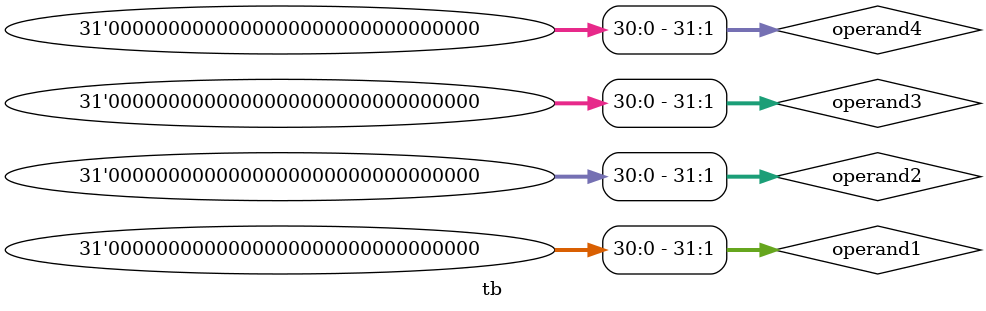
<source format=v>
`timescale 1ns / 1ps


module tb();
    // Inputs
    reg [31:0] operand1;
    reg [31:0] operand2;
    reg [31:0] operand3;
    reg [31:0] operand4;
    reg [1:0]  cin;

    // Outputs
    wire [31:0] result;
    wire [1:0]  cout;
    // Instantiate the Unit Under Test (UUT)
    adder uut (
        .operand1(operand1), 
        .operand2(operand2), 
        .operand3(operand3), 
        .operand4(operand4), 
        .cin(cin), 
        .result(result), 
        .cout(cout)
    );
    
    initial begin
        // Initialize Inputs
        operand1 = 0;
        operand2 = 0;
        operand3 = 0;
        operand4 = 0;
        cin = 0;
        // Wait 100 ns for global reset to finish
        #100;
        // Add stimulus here
    end
    
    always #10 operand1 = $random;  //$randomÎªÏµÍ³ÈÎÎñ£¬²úÉúÒ»¸öËæ»úµÄ32Î»Êý
    always #10 operand2 = $random;  //#10 ±íÊ¾µÈ´ý10¸öµ¥Î»Ê±¼ä(10ns)£¬¼´Ã¿¹ý10ns£¬¸³ÖµÒ»¸öËæ»úµÄ32Î»Êý
    always #10 operand3 = $random;  //$randomÎªÏµÍ³ÈÎÎñ£¬²úÉúÒ»¸öËæ»úµÄ32Î»Êý
    always #10 operand4 = $random;  //#10 ±íÊ¾µÈ´ý10¸öµ¥Î»Ê±¼ä(10ns)£¬¼´Ã¿¹ý10ns£¬¸³ÖµÒ»¸öËæ»úµÄ32Î»Êý

    always #10 cin = {$random} % 2; //¼ÓÁËÆ´½Ó·û£¬{$random}²úÉúÒ»¸ö·Ç¸ºÊý£¬³ý2È¡ÓàµÃµ½0»ò1


endmodule

</source>
